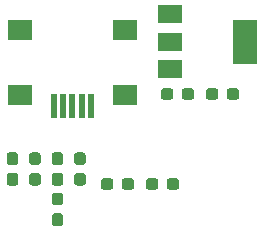
<source format=gbr>
G04 #@! TF.GenerationSoftware,KiCad,Pcbnew,(5.0.0)*
G04 #@! TF.CreationDate,2019-03-11T23:44:19-04:00*
G04 #@! TF.ProjectId,1-Hour-Board,312D486F75722D426F6172642E6B6963,rev?*
G04 #@! TF.SameCoordinates,Original*
G04 #@! TF.FileFunction,Paste,Top*
G04 #@! TF.FilePolarity,Positive*
%FSLAX46Y46*%
G04 Gerber Fmt 4.6, Leading zero omitted, Abs format (unit mm)*
G04 Created by KiCad (PCBNEW (5.0.0)) date 03/11/19 23:44:19*
%MOMM*%
%LPD*%
G01*
G04 APERTURE LIST*
%ADD10C,0.100000*%
%ADD11C,0.950000*%
%ADD12R,0.500000X2.000000*%
%ADD13R,2.000000X1.700000*%
%ADD14R,2.000000X3.800000*%
%ADD15R,2.000000X1.500000*%
G04 APERTURE END LIST*
D10*
G04 #@! TO.C,C1*
G36*
X106940779Y-96391144D02*
X106963834Y-96394563D01*
X106986443Y-96400227D01*
X107008387Y-96408079D01*
X107029457Y-96418044D01*
X107049448Y-96430026D01*
X107068168Y-96443910D01*
X107085438Y-96459562D01*
X107101090Y-96476832D01*
X107114974Y-96495552D01*
X107126956Y-96515543D01*
X107136921Y-96536613D01*
X107144773Y-96558557D01*
X107150437Y-96581166D01*
X107153856Y-96604221D01*
X107155000Y-96627500D01*
X107155000Y-97202500D01*
X107153856Y-97225779D01*
X107150437Y-97248834D01*
X107144773Y-97271443D01*
X107136921Y-97293387D01*
X107126956Y-97314457D01*
X107114974Y-97334448D01*
X107101090Y-97353168D01*
X107085438Y-97370438D01*
X107068168Y-97386090D01*
X107049448Y-97399974D01*
X107029457Y-97411956D01*
X107008387Y-97421921D01*
X106986443Y-97429773D01*
X106963834Y-97435437D01*
X106940779Y-97438856D01*
X106917500Y-97440000D01*
X106442500Y-97440000D01*
X106419221Y-97438856D01*
X106396166Y-97435437D01*
X106373557Y-97429773D01*
X106351613Y-97421921D01*
X106330543Y-97411956D01*
X106310552Y-97399974D01*
X106291832Y-97386090D01*
X106274562Y-97370438D01*
X106258910Y-97353168D01*
X106245026Y-97334448D01*
X106233044Y-97314457D01*
X106223079Y-97293387D01*
X106215227Y-97271443D01*
X106209563Y-97248834D01*
X106206144Y-97225779D01*
X106205000Y-97202500D01*
X106205000Y-96627500D01*
X106206144Y-96604221D01*
X106209563Y-96581166D01*
X106215227Y-96558557D01*
X106223079Y-96536613D01*
X106233044Y-96515543D01*
X106245026Y-96495552D01*
X106258910Y-96476832D01*
X106274562Y-96459562D01*
X106291832Y-96443910D01*
X106310552Y-96430026D01*
X106330543Y-96418044D01*
X106351613Y-96408079D01*
X106373557Y-96400227D01*
X106396166Y-96394563D01*
X106419221Y-96391144D01*
X106442500Y-96390000D01*
X106917500Y-96390000D01*
X106940779Y-96391144D01*
X106940779Y-96391144D01*
G37*
D11*
X106680000Y-96915000D03*
D10*
G36*
X106940779Y-98141144D02*
X106963834Y-98144563D01*
X106986443Y-98150227D01*
X107008387Y-98158079D01*
X107029457Y-98168044D01*
X107049448Y-98180026D01*
X107068168Y-98193910D01*
X107085438Y-98209562D01*
X107101090Y-98226832D01*
X107114974Y-98245552D01*
X107126956Y-98265543D01*
X107136921Y-98286613D01*
X107144773Y-98308557D01*
X107150437Y-98331166D01*
X107153856Y-98354221D01*
X107155000Y-98377500D01*
X107155000Y-98952500D01*
X107153856Y-98975779D01*
X107150437Y-98998834D01*
X107144773Y-99021443D01*
X107136921Y-99043387D01*
X107126956Y-99064457D01*
X107114974Y-99084448D01*
X107101090Y-99103168D01*
X107085438Y-99120438D01*
X107068168Y-99136090D01*
X107049448Y-99149974D01*
X107029457Y-99161956D01*
X107008387Y-99171921D01*
X106986443Y-99179773D01*
X106963834Y-99185437D01*
X106940779Y-99188856D01*
X106917500Y-99190000D01*
X106442500Y-99190000D01*
X106419221Y-99188856D01*
X106396166Y-99185437D01*
X106373557Y-99179773D01*
X106351613Y-99171921D01*
X106330543Y-99161956D01*
X106310552Y-99149974D01*
X106291832Y-99136090D01*
X106274562Y-99120438D01*
X106258910Y-99103168D01*
X106245026Y-99084448D01*
X106233044Y-99064457D01*
X106223079Y-99043387D01*
X106215227Y-99021443D01*
X106209563Y-98998834D01*
X106206144Y-98975779D01*
X106205000Y-98952500D01*
X106205000Y-98377500D01*
X106206144Y-98354221D01*
X106209563Y-98331166D01*
X106215227Y-98308557D01*
X106223079Y-98286613D01*
X106233044Y-98265543D01*
X106245026Y-98245552D01*
X106258910Y-98226832D01*
X106274562Y-98209562D01*
X106291832Y-98193910D01*
X106310552Y-98180026D01*
X106330543Y-98168044D01*
X106351613Y-98158079D01*
X106373557Y-98150227D01*
X106396166Y-98144563D01*
X106419221Y-98141144D01*
X106442500Y-98140000D01*
X106917500Y-98140000D01*
X106940779Y-98141144D01*
X106940779Y-98141144D01*
G37*
D11*
X106680000Y-98665000D03*
G04 #@! TD*
D10*
G04 #@! TO.C,C2*
G36*
X116120779Y-90966144D02*
X116143834Y-90969563D01*
X116166443Y-90975227D01*
X116188387Y-90983079D01*
X116209457Y-90993044D01*
X116229448Y-91005026D01*
X116248168Y-91018910D01*
X116265438Y-91034562D01*
X116281090Y-91051832D01*
X116294974Y-91070552D01*
X116306956Y-91090543D01*
X116316921Y-91111613D01*
X116324773Y-91133557D01*
X116330437Y-91156166D01*
X116333856Y-91179221D01*
X116335000Y-91202500D01*
X116335000Y-91677500D01*
X116333856Y-91700779D01*
X116330437Y-91723834D01*
X116324773Y-91746443D01*
X116316921Y-91768387D01*
X116306956Y-91789457D01*
X116294974Y-91809448D01*
X116281090Y-91828168D01*
X116265438Y-91845438D01*
X116248168Y-91861090D01*
X116229448Y-91874974D01*
X116209457Y-91886956D01*
X116188387Y-91896921D01*
X116166443Y-91904773D01*
X116143834Y-91910437D01*
X116120779Y-91913856D01*
X116097500Y-91915000D01*
X115522500Y-91915000D01*
X115499221Y-91913856D01*
X115476166Y-91910437D01*
X115453557Y-91904773D01*
X115431613Y-91896921D01*
X115410543Y-91886956D01*
X115390552Y-91874974D01*
X115371832Y-91861090D01*
X115354562Y-91845438D01*
X115338910Y-91828168D01*
X115325026Y-91809448D01*
X115313044Y-91789457D01*
X115303079Y-91768387D01*
X115295227Y-91746443D01*
X115289563Y-91723834D01*
X115286144Y-91700779D01*
X115285000Y-91677500D01*
X115285000Y-91202500D01*
X115286144Y-91179221D01*
X115289563Y-91156166D01*
X115295227Y-91133557D01*
X115303079Y-91111613D01*
X115313044Y-91090543D01*
X115325026Y-91070552D01*
X115338910Y-91051832D01*
X115354562Y-91034562D01*
X115371832Y-91018910D01*
X115390552Y-91005026D01*
X115410543Y-90993044D01*
X115431613Y-90983079D01*
X115453557Y-90975227D01*
X115476166Y-90969563D01*
X115499221Y-90966144D01*
X115522500Y-90965000D01*
X116097500Y-90965000D01*
X116120779Y-90966144D01*
X116120779Y-90966144D01*
G37*
D11*
X115810000Y-91440000D03*
D10*
G36*
X114370779Y-90966144D02*
X114393834Y-90969563D01*
X114416443Y-90975227D01*
X114438387Y-90983079D01*
X114459457Y-90993044D01*
X114479448Y-91005026D01*
X114498168Y-91018910D01*
X114515438Y-91034562D01*
X114531090Y-91051832D01*
X114544974Y-91070552D01*
X114556956Y-91090543D01*
X114566921Y-91111613D01*
X114574773Y-91133557D01*
X114580437Y-91156166D01*
X114583856Y-91179221D01*
X114585000Y-91202500D01*
X114585000Y-91677500D01*
X114583856Y-91700779D01*
X114580437Y-91723834D01*
X114574773Y-91746443D01*
X114566921Y-91768387D01*
X114556956Y-91789457D01*
X114544974Y-91809448D01*
X114531090Y-91828168D01*
X114515438Y-91845438D01*
X114498168Y-91861090D01*
X114479448Y-91874974D01*
X114459457Y-91886956D01*
X114438387Y-91896921D01*
X114416443Y-91904773D01*
X114393834Y-91910437D01*
X114370779Y-91913856D01*
X114347500Y-91915000D01*
X113772500Y-91915000D01*
X113749221Y-91913856D01*
X113726166Y-91910437D01*
X113703557Y-91904773D01*
X113681613Y-91896921D01*
X113660543Y-91886956D01*
X113640552Y-91874974D01*
X113621832Y-91861090D01*
X113604562Y-91845438D01*
X113588910Y-91828168D01*
X113575026Y-91809448D01*
X113563044Y-91789457D01*
X113553079Y-91768387D01*
X113545227Y-91746443D01*
X113539563Y-91723834D01*
X113536144Y-91700779D01*
X113535000Y-91677500D01*
X113535000Y-91202500D01*
X113536144Y-91179221D01*
X113539563Y-91156166D01*
X113545227Y-91133557D01*
X113553079Y-91111613D01*
X113563044Y-91090543D01*
X113575026Y-91070552D01*
X113588910Y-91051832D01*
X113604562Y-91034562D01*
X113621832Y-91018910D01*
X113640552Y-91005026D01*
X113660543Y-90993044D01*
X113681613Y-90983079D01*
X113703557Y-90975227D01*
X113726166Y-90969563D01*
X113749221Y-90966144D01*
X113772500Y-90965000D01*
X114347500Y-90965000D01*
X114370779Y-90966144D01*
X114370779Y-90966144D01*
G37*
D11*
X114060000Y-91440000D03*
G04 #@! TD*
D10*
G04 #@! TO.C,C3*
G36*
X119930779Y-90966144D02*
X119953834Y-90969563D01*
X119976443Y-90975227D01*
X119998387Y-90983079D01*
X120019457Y-90993044D01*
X120039448Y-91005026D01*
X120058168Y-91018910D01*
X120075438Y-91034562D01*
X120091090Y-91051832D01*
X120104974Y-91070552D01*
X120116956Y-91090543D01*
X120126921Y-91111613D01*
X120134773Y-91133557D01*
X120140437Y-91156166D01*
X120143856Y-91179221D01*
X120145000Y-91202500D01*
X120145000Y-91677500D01*
X120143856Y-91700779D01*
X120140437Y-91723834D01*
X120134773Y-91746443D01*
X120126921Y-91768387D01*
X120116956Y-91789457D01*
X120104974Y-91809448D01*
X120091090Y-91828168D01*
X120075438Y-91845438D01*
X120058168Y-91861090D01*
X120039448Y-91874974D01*
X120019457Y-91886956D01*
X119998387Y-91896921D01*
X119976443Y-91904773D01*
X119953834Y-91910437D01*
X119930779Y-91913856D01*
X119907500Y-91915000D01*
X119332500Y-91915000D01*
X119309221Y-91913856D01*
X119286166Y-91910437D01*
X119263557Y-91904773D01*
X119241613Y-91896921D01*
X119220543Y-91886956D01*
X119200552Y-91874974D01*
X119181832Y-91861090D01*
X119164562Y-91845438D01*
X119148910Y-91828168D01*
X119135026Y-91809448D01*
X119123044Y-91789457D01*
X119113079Y-91768387D01*
X119105227Y-91746443D01*
X119099563Y-91723834D01*
X119096144Y-91700779D01*
X119095000Y-91677500D01*
X119095000Y-91202500D01*
X119096144Y-91179221D01*
X119099563Y-91156166D01*
X119105227Y-91133557D01*
X119113079Y-91111613D01*
X119123044Y-91090543D01*
X119135026Y-91070552D01*
X119148910Y-91051832D01*
X119164562Y-91034562D01*
X119181832Y-91018910D01*
X119200552Y-91005026D01*
X119220543Y-90993044D01*
X119241613Y-90983079D01*
X119263557Y-90975227D01*
X119286166Y-90969563D01*
X119309221Y-90966144D01*
X119332500Y-90965000D01*
X119907500Y-90965000D01*
X119930779Y-90966144D01*
X119930779Y-90966144D01*
G37*
D11*
X119620000Y-91440000D03*
D10*
G36*
X118180779Y-90966144D02*
X118203834Y-90969563D01*
X118226443Y-90975227D01*
X118248387Y-90983079D01*
X118269457Y-90993044D01*
X118289448Y-91005026D01*
X118308168Y-91018910D01*
X118325438Y-91034562D01*
X118341090Y-91051832D01*
X118354974Y-91070552D01*
X118366956Y-91090543D01*
X118376921Y-91111613D01*
X118384773Y-91133557D01*
X118390437Y-91156166D01*
X118393856Y-91179221D01*
X118395000Y-91202500D01*
X118395000Y-91677500D01*
X118393856Y-91700779D01*
X118390437Y-91723834D01*
X118384773Y-91746443D01*
X118376921Y-91768387D01*
X118366956Y-91789457D01*
X118354974Y-91809448D01*
X118341090Y-91828168D01*
X118325438Y-91845438D01*
X118308168Y-91861090D01*
X118289448Y-91874974D01*
X118269457Y-91886956D01*
X118248387Y-91896921D01*
X118226443Y-91904773D01*
X118203834Y-91910437D01*
X118180779Y-91913856D01*
X118157500Y-91915000D01*
X117582500Y-91915000D01*
X117559221Y-91913856D01*
X117536166Y-91910437D01*
X117513557Y-91904773D01*
X117491613Y-91896921D01*
X117470543Y-91886956D01*
X117450552Y-91874974D01*
X117431832Y-91861090D01*
X117414562Y-91845438D01*
X117398910Y-91828168D01*
X117385026Y-91809448D01*
X117373044Y-91789457D01*
X117363079Y-91768387D01*
X117355227Y-91746443D01*
X117349563Y-91723834D01*
X117346144Y-91700779D01*
X117345000Y-91677500D01*
X117345000Y-91202500D01*
X117346144Y-91179221D01*
X117349563Y-91156166D01*
X117355227Y-91133557D01*
X117363079Y-91111613D01*
X117373044Y-91090543D01*
X117385026Y-91070552D01*
X117398910Y-91051832D01*
X117414562Y-91034562D01*
X117431832Y-91018910D01*
X117450552Y-91005026D01*
X117470543Y-90993044D01*
X117491613Y-90983079D01*
X117513557Y-90975227D01*
X117536166Y-90969563D01*
X117559221Y-90966144D01*
X117582500Y-90965000D01*
X118157500Y-90965000D01*
X118180779Y-90966144D01*
X118180779Y-90966144D01*
G37*
D11*
X117870000Y-91440000D03*
G04 #@! TD*
D10*
G04 #@! TO.C,D1*
G36*
X105035779Y-98141144D02*
X105058834Y-98144563D01*
X105081443Y-98150227D01*
X105103387Y-98158079D01*
X105124457Y-98168044D01*
X105144448Y-98180026D01*
X105163168Y-98193910D01*
X105180438Y-98209562D01*
X105196090Y-98226832D01*
X105209974Y-98245552D01*
X105221956Y-98265543D01*
X105231921Y-98286613D01*
X105239773Y-98308557D01*
X105245437Y-98331166D01*
X105248856Y-98354221D01*
X105250000Y-98377500D01*
X105250000Y-98952500D01*
X105248856Y-98975779D01*
X105245437Y-98998834D01*
X105239773Y-99021443D01*
X105231921Y-99043387D01*
X105221956Y-99064457D01*
X105209974Y-99084448D01*
X105196090Y-99103168D01*
X105180438Y-99120438D01*
X105163168Y-99136090D01*
X105144448Y-99149974D01*
X105124457Y-99161956D01*
X105103387Y-99171921D01*
X105081443Y-99179773D01*
X105058834Y-99185437D01*
X105035779Y-99188856D01*
X105012500Y-99190000D01*
X104537500Y-99190000D01*
X104514221Y-99188856D01*
X104491166Y-99185437D01*
X104468557Y-99179773D01*
X104446613Y-99171921D01*
X104425543Y-99161956D01*
X104405552Y-99149974D01*
X104386832Y-99136090D01*
X104369562Y-99120438D01*
X104353910Y-99103168D01*
X104340026Y-99084448D01*
X104328044Y-99064457D01*
X104318079Y-99043387D01*
X104310227Y-99021443D01*
X104304563Y-98998834D01*
X104301144Y-98975779D01*
X104300000Y-98952500D01*
X104300000Y-98377500D01*
X104301144Y-98354221D01*
X104304563Y-98331166D01*
X104310227Y-98308557D01*
X104318079Y-98286613D01*
X104328044Y-98265543D01*
X104340026Y-98245552D01*
X104353910Y-98226832D01*
X104369562Y-98209562D01*
X104386832Y-98193910D01*
X104405552Y-98180026D01*
X104425543Y-98168044D01*
X104446613Y-98158079D01*
X104468557Y-98150227D01*
X104491166Y-98144563D01*
X104514221Y-98141144D01*
X104537500Y-98140000D01*
X105012500Y-98140000D01*
X105035779Y-98141144D01*
X105035779Y-98141144D01*
G37*
D11*
X104775000Y-98665000D03*
D10*
G36*
X105035779Y-96391144D02*
X105058834Y-96394563D01*
X105081443Y-96400227D01*
X105103387Y-96408079D01*
X105124457Y-96418044D01*
X105144448Y-96430026D01*
X105163168Y-96443910D01*
X105180438Y-96459562D01*
X105196090Y-96476832D01*
X105209974Y-96495552D01*
X105221956Y-96515543D01*
X105231921Y-96536613D01*
X105239773Y-96558557D01*
X105245437Y-96581166D01*
X105248856Y-96604221D01*
X105250000Y-96627500D01*
X105250000Y-97202500D01*
X105248856Y-97225779D01*
X105245437Y-97248834D01*
X105239773Y-97271443D01*
X105231921Y-97293387D01*
X105221956Y-97314457D01*
X105209974Y-97334448D01*
X105196090Y-97353168D01*
X105180438Y-97370438D01*
X105163168Y-97386090D01*
X105144448Y-97399974D01*
X105124457Y-97411956D01*
X105103387Y-97421921D01*
X105081443Y-97429773D01*
X105058834Y-97435437D01*
X105035779Y-97438856D01*
X105012500Y-97440000D01*
X104537500Y-97440000D01*
X104514221Y-97438856D01*
X104491166Y-97435437D01*
X104468557Y-97429773D01*
X104446613Y-97421921D01*
X104425543Y-97411956D01*
X104405552Y-97399974D01*
X104386832Y-97386090D01*
X104369562Y-97370438D01*
X104353910Y-97353168D01*
X104340026Y-97334448D01*
X104328044Y-97314457D01*
X104318079Y-97293387D01*
X104310227Y-97271443D01*
X104304563Y-97248834D01*
X104301144Y-97225779D01*
X104300000Y-97202500D01*
X104300000Y-96627500D01*
X104301144Y-96604221D01*
X104304563Y-96581166D01*
X104310227Y-96558557D01*
X104318079Y-96536613D01*
X104328044Y-96515543D01*
X104340026Y-96495552D01*
X104353910Y-96476832D01*
X104369562Y-96459562D01*
X104386832Y-96443910D01*
X104405552Y-96430026D01*
X104425543Y-96418044D01*
X104446613Y-96408079D01*
X104468557Y-96400227D01*
X104491166Y-96394563D01*
X104514221Y-96391144D01*
X104537500Y-96390000D01*
X105012500Y-96390000D01*
X105035779Y-96391144D01*
X105035779Y-96391144D01*
G37*
D11*
X104775000Y-96915000D03*
G04 #@! TD*
D10*
G04 #@! TO.C,D2*
G36*
X103130779Y-96391144D02*
X103153834Y-96394563D01*
X103176443Y-96400227D01*
X103198387Y-96408079D01*
X103219457Y-96418044D01*
X103239448Y-96430026D01*
X103258168Y-96443910D01*
X103275438Y-96459562D01*
X103291090Y-96476832D01*
X103304974Y-96495552D01*
X103316956Y-96515543D01*
X103326921Y-96536613D01*
X103334773Y-96558557D01*
X103340437Y-96581166D01*
X103343856Y-96604221D01*
X103345000Y-96627500D01*
X103345000Y-97202500D01*
X103343856Y-97225779D01*
X103340437Y-97248834D01*
X103334773Y-97271443D01*
X103326921Y-97293387D01*
X103316956Y-97314457D01*
X103304974Y-97334448D01*
X103291090Y-97353168D01*
X103275438Y-97370438D01*
X103258168Y-97386090D01*
X103239448Y-97399974D01*
X103219457Y-97411956D01*
X103198387Y-97421921D01*
X103176443Y-97429773D01*
X103153834Y-97435437D01*
X103130779Y-97438856D01*
X103107500Y-97440000D01*
X102632500Y-97440000D01*
X102609221Y-97438856D01*
X102586166Y-97435437D01*
X102563557Y-97429773D01*
X102541613Y-97421921D01*
X102520543Y-97411956D01*
X102500552Y-97399974D01*
X102481832Y-97386090D01*
X102464562Y-97370438D01*
X102448910Y-97353168D01*
X102435026Y-97334448D01*
X102423044Y-97314457D01*
X102413079Y-97293387D01*
X102405227Y-97271443D01*
X102399563Y-97248834D01*
X102396144Y-97225779D01*
X102395000Y-97202500D01*
X102395000Y-96627500D01*
X102396144Y-96604221D01*
X102399563Y-96581166D01*
X102405227Y-96558557D01*
X102413079Y-96536613D01*
X102423044Y-96515543D01*
X102435026Y-96495552D01*
X102448910Y-96476832D01*
X102464562Y-96459562D01*
X102481832Y-96443910D01*
X102500552Y-96430026D01*
X102520543Y-96418044D01*
X102541613Y-96408079D01*
X102563557Y-96400227D01*
X102586166Y-96394563D01*
X102609221Y-96391144D01*
X102632500Y-96390000D01*
X103107500Y-96390000D01*
X103130779Y-96391144D01*
X103130779Y-96391144D01*
G37*
D11*
X102870000Y-96915000D03*
D10*
G36*
X103130779Y-98141144D02*
X103153834Y-98144563D01*
X103176443Y-98150227D01*
X103198387Y-98158079D01*
X103219457Y-98168044D01*
X103239448Y-98180026D01*
X103258168Y-98193910D01*
X103275438Y-98209562D01*
X103291090Y-98226832D01*
X103304974Y-98245552D01*
X103316956Y-98265543D01*
X103326921Y-98286613D01*
X103334773Y-98308557D01*
X103340437Y-98331166D01*
X103343856Y-98354221D01*
X103345000Y-98377500D01*
X103345000Y-98952500D01*
X103343856Y-98975779D01*
X103340437Y-98998834D01*
X103334773Y-99021443D01*
X103326921Y-99043387D01*
X103316956Y-99064457D01*
X103304974Y-99084448D01*
X103291090Y-99103168D01*
X103275438Y-99120438D01*
X103258168Y-99136090D01*
X103239448Y-99149974D01*
X103219457Y-99161956D01*
X103198387Y-99171921D01*
X103176443Y-99179773D01*
X103153834Y-99185437D01*
X103130779Y-99188856D01*
X103107500Y-99190000D01*
X102632500Y-99190000D01*
X102609221Y-99188856D01*
X102586166Y-99185437D01*
X102563557Y-99179773D01*
X102541613Y-99171921D01*
X102520543Y-99161956D01*
X102500552Y-99149974D01*
X102481832Y-99136090D01*
X102464562Y-99120438D01*
X102448910Y-99103168D01*
X102435026Y-99084448D01*
X102423044Y-99064457D01*
X102413079Y-99043387D01*
X102405227Y-99021443D01*
X102399563Y-98998834D01*
X102396144Y-98975779D01*
X102395000Y-98952500D01*
X102395000Y-98377500D01*
X102396144Y-98354221D01*
X102399563Y-98331166D01*
X102405227Y-98308557D01*
X102413079Y-98286613D01*
X102423044Y-98265543D01*
X102435026Y-98245552D01*
X102448910Y-98226832D01*
X102464562Y-98209562D01*
X102481832Y-98193910D01*
X102500552Y-98180026D01*
X102520543Y-98168044D01*
X102541613Y-98158079D01*
X102563557Y-98150227D01*
X102586166Y-98144563D01*
X102609221Y-98141144D01*
X102632500Y-98140000D01*
X103107500Y-98140000D01*
X103130779Y-98141144D01*
X103130779Y-98141144D01*
G37*
D11*
X102870000Y-98665000D03*
G04 #@! TD*
D12*
G04 #@! TO.C,J3*
X107645000Y-92456000D03*
X106845000Y-92456000D03*
X106045000Y-92456000D03*
X105245000Y-92456000D03*
X104445000Y-92456000D03*
D13*
X110495000Y-91500000D03*
X110495000Y-86050000D03*
X101595000Y-91500000D03*
X101595000Y-86050000D03*
G04 #@! TD*
D10*
G04 #@! TO.C,R1*
G36*
X105035779Y-99806144D02*
X105058834Y-99809563D01*
X105081443Y-99815227D01*
X105103387Y-99823079D01*
X105124457Y-99833044D01*
X105144448Y-99845026D01*
X105163168Y-99858910D01*
X105180438Y-99874562D01*
X105196090Y-99891832D01*
X105209974Y-99910552D01*
X105221956Y-99930543D01*
X105231921Y-99951613D01*
X105239773Y-99973557D01*
X105245437Y-99996166D01*
X105248856Y-100019221D01*
X105250000Y-100042500D01*
X105250000Y-100617500D01*
X105248856Y-100640779D01*
X105245437Y-100663834D01*
X105239773Y-100686443D01*
X105231921Y-100708387D01*
X105221956Y-100729457D01*
X105209974Y-100749448D01*
X105196090Y-100768168D01*
X105180438Y-100785438D01*
X105163168Y-100801090D01*
X105144448Y-100814974D01*
X105124457Y-100826956D01*
X105103387Y-100836921D01*
X105081443Y-100844773D01*
X105058834Y-100850437D01*
X105035779Y-100853856D01*
X105012500Y-100855000D01*
X104537500Y-100855000D01*
X104514221Y-100853856D01*
X104491166Y-100850437D01*
X104468557Y-100844773D01*
X104446613Y-100836921D01*
X104425543Y-100826956D01*
X104405552Y-100814974D01*
X104386832Y-100801090D01*
X104369562Y-100785438D01*
X104353910Y-100768168D01*
X104340026Y-100749448D01*
X104328044Y-100729457D01*
X104318079Y-100708387D01*
X104310227Y-100686443D01*
X104304563Y-100663834D01*
X104301144Y-100640779D01*
X104300000Y-100617500D01*
X104300000Y-100042500D01*
X104301144Y-100019221D01*
X104304563Y-99996166D01*
X104310227Y-99973557D01*
X104318079Y-99951613D01*
X104328044Y-99930543D01*
X104340026Y-99910552D01*
X104353910Y-99891832D01*
X104369562Y-99874562D01*
X104386832Y-99858910D01*
X104405552Y-99845026D01*
X104425543Y-99833044D01*
X104446613Y-99823079D01*
X104468557Y-99815227D01*
X104491166Y-99809563D01*
X104514221Y-99806144D01*
X104537500Y-99805000D01*
X105012500Y-99805000D01*
X105035779Y-99806144D01*
X105035779Y-99806144D01*
G37*
D11*
X104775000Y-100330000D03*
D10*
G36*
X105035779Y-101556144D02*
X105058834Y-101559563D01*
X105081443Y-101565227D01*
X105103387Y-101573079D01*
X105124457Y-101583044D01*
X105144448Y-101595026D01*
X105163168Y-101608910D01*
X105180438Y-101624562D01*
X105196090Y-101641832D01*
X105209974Y-101660552D01*
X105221956Y-101680543D01*
X105231921Y-101701613D01*
X105239773Y-101723557D01*
X105245437Y-101746166D01*
X105248856Y-101769221D01*
X105250000Y-101792500D01*
X105250000Y-102367500D01*
X105248856Y-102390779D01*
X105245437Y-102413834D01*
X105239773Y-102436443D01*
X105231921Y-102458387D01*
X105221956Y-102479457D01*
X105209974Y-102499448D01*
X105196090Y-102518168D01*
X105180438Y-102535438D01*
X105163168Y-102551090D01*
X105144448Y-102564974D01*
X105124457Y-102576956D01*
X105103387Y-102586921D01*
X105081443Y-102594773D01*
X105058834Y-102600437D01*
X105035779Y-102603856D01*
X105012500Y-102605000D01*
X104537500Y-102605000D01*
X104514221Y-102603856D01*
X104491166Y-102600437D01*
X104468557Y-102594773D01*
X104446613Y-102586921D01*
X104425543Y-102576956D01*
X104405552Y-102564974D01*
X104386832Y-102551090D01*
X104369562Y-102535438D01*
X104353910Y-102518168D01*
X104340026Y-102499448D01*
X104328044Y-102479457D01*
X104318079Y-102458387D01*
X104310227Y-102436443D01*
X104304563Y-102413834D01*
X104301144Y-102390779D01*
X104300000Y-102367500D01*
X104300000Y-101792500D01*
X104301144Y-101769221D01*
X104304563Y-101746166D01*
X104310227Y-101723557D01*
X104318079Y-101701613D01*
X104328044Y-101680543D01*
X104340026Y-101660552D01*
X104353910Y-101641832D01*
X104369562Y-101624562D01*
X104386832Y-101608910D01*
X104405552Y-101595026D01*
X104425543Y-101583044D01*
X104446613Y-101573079D01*
X104468557Y-101565227D01*
X104491166Y-101559563D01*
X104514221Y-101556144D01*
X104537500Y-101555000D01*
X105012500Y-101555000D01*
X105035779Y-101556144D01*
X105035779Y-101556144D01*
G37*
D11*
X104775000Y-102080000D03*
G04 #@! TD*
D10*
G04 #@! TO.C,R2*
G36*
X101225779Y-98141144D02*
X101248834Y-98144563D01*
X101271443Y-98150227D01*
X101293387Y-98158079D01*
X101314457Y-98168044D01*
X101334448Y-98180026D01*
X101353168Y-98193910D01*
X101370438Y-98209562D01*
X101386090Y-98226832D01*
X101399974Y-98245552D01*
X101411956Y-98265543D01*
X101421921Y-98286613D01*
X101429773Y-98308557D01*
X101435437Y-98331166D01*
X101438856Y-98354221D01*
X101440000Y-98377500D01*
X101440000Y-98952500D01*
X101438856Y-98975779D01*
X101435437Y-98998834D01*
X101429773Y-99021443D01*
X101421921Y-99043387D01*
X101411956Y-99064457D01*
X101399974Y-99084448D01*
X101386090Y-99103168D01*
X101370438Y-99120438D01*
X101353168Y-99136090D01*
X101334448Y-99149974D01*
X101314457Y-99161956D01*
X101293387Y-99171921D01*
X101271443Y-99179773D01*
X101248834Y-99185437D01*
X101225779Y-99188856D01*
X101202500Y-99190000D01*
X100727500Y-99190000D01*
X100704221Y-99188856D01*
X100681166Y-99185437D01*
X100658557Y-99179773D01*
X100636613Y-99171921D01*
X100615543Y-99161956D01*
X100595552Y-99149974D01*
X100576832Y-99136090D01*
X100559562Y-99120438D01*
X100543910Y-99103168D01*
X100530026Y-99084448D01*
X100518044Y-99064457D01*
X100508079Y-99043387D01*
X100500227Y-99021443D01*
X100494563Y-98998834D01*
X100491144Y-98975779D01*
X100490000Y-98952500D01*
X100490000Y-98377500D01*
X100491144Y-98354221D01*
X100494563Y-98331166D01*
X100500227Y-98308557D01*
X100508079Y-98286613D01*
X100518044Y-98265543D01*
X100530026Y-98245552D01*
X100543910Y-98226832D01*
X100559562Y-98209562D01*
X100576832Y-98193910D01*
X100595552Y-98180026D01*
X100615543Y-98168044D01*
X100636613Y-98158079D01*
X100658557Y-98150227D01*
X100681166Y-98144563D01*
X100704221Y-98141144D01*
X100727500Y-98140000D01*
X101202500Y-98140000D01*
X101225779Y-98141144D01*
X101225779Y-98141144D01*
G37*
D11*
X100965000Y-98665000D03*
D10*
G36*
X101225779Y-96391144D02*
X101248834Y-96394563D01*
X101271443Y-96400227D01*
X101293387Y-96408079D01*
X101314457Y-96418044D01*
X101334448Y-96430026D01*
X101353168Y-96443910D01*
X101370438Y-96459562D01*
X101386090Y-96476832D01*
X101399974Y-96495552D01*
X101411956Y-96515543D01*
X101421921Y-96536613D01*
X101429773Y-96558557D01*
X101435437Y-96581166D01*
X101438856Y-96604221D01*
X101440000Y-96627500D01*
X101440000Y-97202500D01*
X101438856Y-97225779D01*
X101435437Y-97248834D01*
X101429773Y-97271443D01*
X101421921Y-97293387D01*
X101411956Y-97314457D01*
X101399974Y-97334448D01*
X101386090Y-97353168D01*
X101370438Y-97370438D01*
X101353168Y-97386090D01*
X101334448Y-97399974D01*
X101314457Y-97411956D01*
X101293387Y-97421921D01*
X101271443Y-97429773D01*
X101248834Y-97435437D01*
X101225779Y-97438856D01*
X101202500Y-97440000D01*
X100727500Y-97440000D01*
X100704221Y-97438856D01*
X100681166Y-97435437D01*
X100658557Y-97429773D01*
X100636613Y-97421921D01*
X100615543Y-97411956D01*
X100595552Y-97399974D01*
X100576832Y-97386090D01*
X100559562Y-97370438D01*
X100543910Y-97353168D01*
X100530026Y-97334448D01*
X100518044Y-97314457D01*
X100508079Y-97293387D01*
X100500227Y-97271443D01*
X100494563Y-97248834D01*
X100491144Y-97225779D01*
X100490000Y-97202500D01*
X100490000Y-96627500D01*
X100491144Y-96604221D01*
X100494563Y-96581166D01*
X100500227Y-96558557D01*
X100508079Y-96536613D01*
X100518044Y-96515543D01*
X100530026Y-96495552D01*
X100543910Y-96476832D01*
X100559562Y-96459562D01*
X100576832Y-96443910D01*
X100595552Y-96430026D01*
X100615543Y-96418044D01*
X100636613Y-96408079D01*
X100658557Y-96400227D01*
X100681166Y-96394563D01*
X100704221Y-96391144D01*
X100727500Y-96390000D01*
X101202500Y-96390000D01*
X101225779Y-96391144D01*
X101225779Y-96391144D01*
G37*
D11*
X100965000Y-96915000D03*
G04 #@! TD*
D10*
G04 #@! TO.C,R3*
G36*
X111040779Y-98586144D02*
X111063834Y-98589563D01*
X111086443Y-98595227D01*
X111108387Y-98603079D01*
X111129457Y-98613044D01*
X111149448Y-98625026D01*
X111168168Y-98638910D01*
X111185438Y-98654562D01*
X111201090Y-98671832D01*
X111214974Y-98690552D01*
X111226956Y-98710543D01*
X111236921Y-98731613D01*
X111244773Y-98753557D01*
X111250437Y-98776166D01*
X111253856Y-98799221D01*
X111255000Y-98822500D01*
X111255000Y-99297500D01*
X111253856Y-99320779D01*
X111250437Y-99343834D01*
X111244773Y-99366443D01*
X111236921Y-99388387D01*
X111226956Y-99409457D01*
X111214974Y-99429448D01*
X111201090Y-99448168D01*
X111185438Y-99465438D01*
X111168168Y-99481090D01*
X111149448Y-99494974D01*
X111129457Y-99506956D01*
X111108387Y-99516921D01*
X111086443Y-99524773D01*
X111063834Y-99530437D01*
X111040779Y-99533856D01*
X111017500Y-99535000D01*
X110442500Y-99535000D01*
X110419221Y-99533856D01*
X110396166Y-99530437D01*
X110373557Y-99524773D01*
X110351613Y-99516921D01*
X110330543Y-99506956D01*
X110310552Y-99494974D01*
X110291832Y-99481090D01*
X110274562Y-99465438D01*
X110258910Y-99448168D01*
X110245026Y-99429448D01*
X110233044Y-99409457D01*
X110223079Y-99388387D01*
X110215227Y-99366443D01*
X110209563Y-99343834D01*
X110206144Y-99320779D01*
X110205000Y-99297500D01*
X110205000Y-98822500D01*
X110206144Y-98799221D01*
X110209563Y-98776166D01*
X110215227Y-98753557D01*
X110223079Y-98731613D01*
X110233044Y-98710543D01*
X110245026Y-98690552D01*
X110258910Y-98671832D01*
X110274562Y-98654562D01*
X110291832Y-98638910D01*
X110310552Y-98625026D01*
X110330543Y-98613044D01*
X110351613Y-98603079D01*
X110373557Y-98595227D01*
X110396166Y-98589563D01*
X110419221Y-98586144D01*
X110442500Y-98585000D01*
X111017500Y-98585000D01*
X111040779Y-98586144D01*
X111040779Y-98586144D01*
G37*
D11*
X110730000Y-99060000D03*
D10*
G36*
X109290779Y-98586144D02*
X109313834Y-98589563D01*
X109336443Y-98595227D01*
X109358387Y-98603079D01*
X109379457Y-98613044D01*
X109399448Y-98625026D01*
X109418168Y-98638910D01*
X109435438Y-98654562D01*
X109451090Y-98671832D01*
X109464974Y-98690552D01*
X109476956Y-98710543D01*
X109486921Y-98731613D01*
X109494773Y-98753557D01*
X109500437Y-98776166D01*
X109503856Y-98799221D01*
X109505000Y-98822500D01*
X109505000Y-99297500D01*
X109503856Y-99320779D01*
X109500437Y-99343834D01*
X109494773Y-99366443D01*
X109486921Y-99388387D01*
X109476956Y-99409457D01*
X109464974Y-99429448D01*
X109451090Y-99448168D01*
X109435438Y-99465438D01*
X109418168Y-99481090D01*
X109399448Y-99494974D01*
X109379457Y-99506956D01*
X109358387Y-99516921D01*
X109336443Y-99524773D01*
X109313834Y-99530437D01*
X109290779Y-99533856D01*
X109267500Y-99535000D01*
X108692500Y-99535000D01*
X108669221Y-99533856D01*
X108646166Y-99530437D01*
X108623557Y-99524773D01*
X108601613Y-99516921D01*
X108580543Y-99506956D01*
X108560552Y-99494974D01*
X108541832Y-99481090D01*
X108524562Y-99465438D01*
X108508910Y-99448168D01*
X108495026Y-99429448D01*
X108483044Y-99409457D01*
X108473079Y-99388387D01*
X108465227Y-99366443D01*
X108459563Y-99343834D01*
X108456144Y-99320779D01*
X108455000Y-99297500D01*
X108455000Y-98822500D01*
X108456144Y-98799221D01*
X108459563Y-98776166D01*
X108465227Y-98753557D01*
X108473079Y-98731613D01*
X108483044Y-98710543D01*
X108495026Y-98690552D01*
X108508910Y-98671832D01*
X108524562Y-98654562D01*
X108541832Y-98638910D01*
X108560552Y-98625026D01*
X108580543Y-98613044D01*
X108601613Y-98603079D01*
X108623557Y-98595227D01*
X108646166Y-98589563D01*
X108669221Y-98586144D01*
X108692500Y-98585000D01*
X109267500Y-98585000D01*
X109290779Y-98586144D01*
X109290779Y-98586144D01*
G37*
D11*
X108980000Y-99060000D03*
G04 #@! TD*
D14*
G04 #@! TO.C,U2*
X120625000Y-86995000D03*
D15*
X114325000Y-86995000D03*
X114325000Y-89295000D03*
X114325000Y-84695000D03*
G04 #@! TD*
D10*
G04 #@! TO.C,C4*
G36*
X113100779Y-98586144D02*
X113123834Y-98589563D01*
X113146443Y-98595227D01*
X113168387Y-98603079D01*
X113189457Y-98613044D01*
X113209448Y-98625026D01*
X113228168Y-98638910D01*
X113245438Y-98654562D01*
X113261090Y-98671832D01*
X113274974Y-98690552D01*
X113286956Y-98710543D01*
X113296921Y-98731613D01*
X113304773Y-98753557D01*
X113310437Y-98776166D01*
X113313856Y-98799221D01*
X113315000Y-98822500D01*
X113315000Y-99297500D01*
X113313856Y-99320779D01*
X113310437Y-99343834D01*
X113304773Y-99366443D01*
X113296921Y-99388387D01*
X113286956Y-99409457D01*
X113274974Y-99429448D01*
X113261090Y-99448168D01*
X113245438Y-99465438D01*
X113228168Y-99481090D01*
X113209448Y-99494974D01*
X113189457Y-99506956D01*
X113168387Y-99516921D01*
X113146443Y-99524773D01*
X113123834Y-99530437D01*
X113100779Y-99533856D01*
X113077500Y-99535000D01*
X112502500Y-99535000D01*
X112479221Y-99533856D01*
X112456166Y-99530437D01*
X112433557Y-99524773D01*
X112411613Y-99516921D01*
X112390543Y-99506956D01*
X112370552Y-99494974D01*
X112351832Y-99481090D01*
X112334562Y-99465438D01*
X112318910Y-99448168D01*
X112305026Y-99429448D01*
X112293044Y-99409457D01*
X112283079Y-99388387D01*
X112275227Y-99366443D01*
X112269563Y-99343834D01*
X112266144Y-99320779D01*
X112265000Y-99297500D01*
X112265000Y-98822500D01*
X112266144Y-98799221D01*
X112269563Y-98776166D01*
X112275227Y-98753557D01*
X112283079Y-98731613D01*
X112293044Y-98710543D01*
X112305026Y-98690552D01*
X112318910Y-98671832D01*
X112334562Y-98654562D01*
X112351832Y-98638910D01*
X112370552Y-98625026D01*
X112390543Y-98613044D01*
X112411613Y-98603079D01*
X112433557Y-98595227D01*
X112456166Y-98589563D01*
X112479221Y-98586144D01*
X112502500Y-98585000D01*
X113077500Y-98585000D01*
X113100779Y-98586144D01*
X113100779Y-98586144D01*
G37*
D11*
X112790000Y-99060000D03*
D10*
G36*
X114850779Y-98586144D02*
X114873834Y-98589563D01*
X114896443Y-98595227D01*
X114918387Y-98603079D01*
X114939457Y-98613044D01*
X114959448Y-98625026D01*
X114978168Y-98638910D01*
X114995438Y-98654562D01*
X115011090Y-98671832D01*
X115024974Y-98690552D01*
X115036956Y-98710543D01*
X115046921Y-98731613D01*
X115054773Y-98753557D01*
X115060437Y-98776166D01*
X115063856Y-98799221D01*
X115065000Y-98822500D01*
X115065000Y-99297500D01*
X115063856Y-99320779D01*
X115060437Y-99343834D01*
X115054773Y-99366443D01*
X115046921Y-99388387D01*
X115036956Y-99409457D01*
X115024974Y-99429448D01*
X115011090Y-99448168D01*
X114995438Y-99465438D01*
X114978168Y-99481090D01*
X114959448Y-99494974D01*
X114939457Y-99506956D01*
X114918387Y-99516921D01*
X114896443Y-99524773D01*
X114873834Y-99530437D01*
X114850779Y-99533856D01*
X114827500Y-99535000D01*
X114252500Y-99535000D01*
X114229221Y-99533856D01*
X114206166Y-99530437D01*
X114183557Y-99524773D01*
X114161613Y-99516921D01*
X114140543Y-99506956D01*
X114120552Y-99494974D01*
X114101832Y-99481090D01*
X114084562Y-99465438D01*
X114068910Y-99448168D01*
X114055026Y-99429448D01*
X114043044Y-99409457D01*
X114033079Y-99388387D01*
X114025227Y-99366443D01*
X114019563Y-99343834D01*
X114016144Y-99320779D01*
X114015000Y-99297500D01*
X114015000Y-98822500D01*
X114016144Y-98799221D01*
X114019563Y-98776166D01*
X114025227Y-98753557D01*
X114033079Y-98731613D01*
X114043044Y-98710543D01*
X114055026Y-98690552D01*
X114068910Y-98671832D01*
X114084562Y-98654562D01*
X114101832Y-98638910D01*
X114120552Y-98625026D01*
X114140543Y-98613044D01*
X114161613Y-98603079D01*
X114183557Y-98595227D01*
X114206166Y-98589563D01*
X114229221Y-98586144D01*
X114252500Y-98585000D01*
X114827500Y-98585000D01*
X114850779Y-98586144D01*
X114850779Y-98586144D01*
G37*
D11*
X114540000Y-99060000D03*
G04 #@! TD*
M02*

</source>
